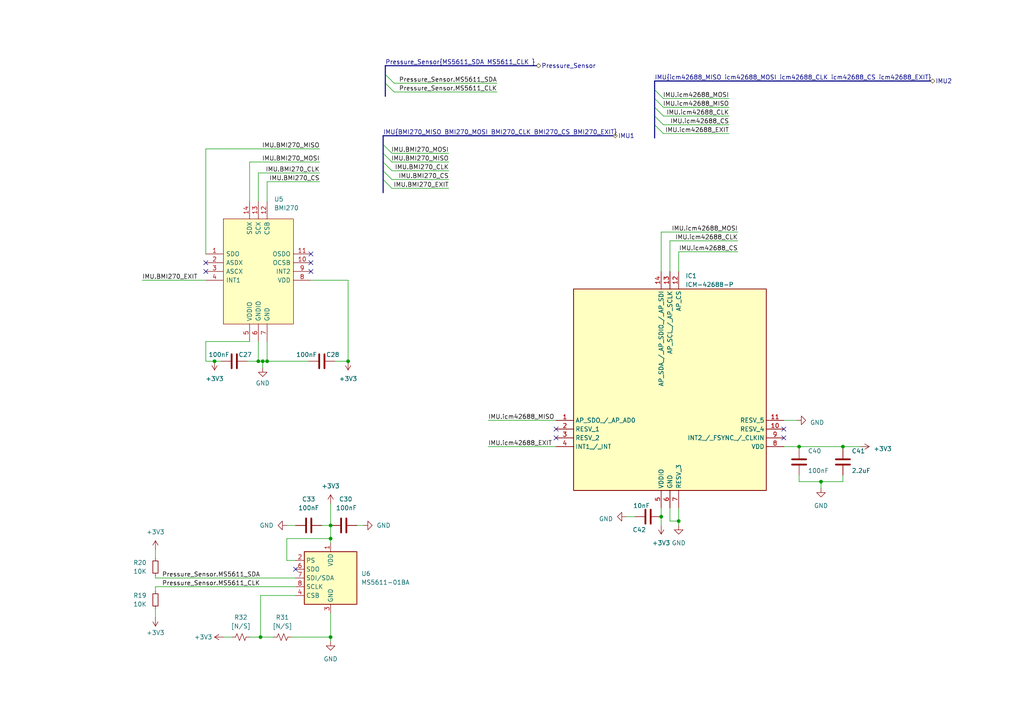
<source format=kicad_sch>
(kicad_sch (version 20230121) (generator eeschema)
  (paper "A4")
  (title_block (title "NewSkyF7-Air") (date "2023-12-01") (rev "1.0V"))
  (lib_symbols
    (symbol "Device:C" (pin_numbers hide) (pin_names (offset 0.254))
      (property "Reference" "C" (at 0.635 2.54 0))
      (property "Value" "C" (at 0.635 -2.54 0))
      (symbol "C_0_1"
        (polyline (pts (xy -2.032 -0.762) (xy 2.032 -0.762)) (stroke (width 0.508)))
        (polyline (pts (xy -2.032 0.762) (xy 2.032 0.762)) (stroke (width 0.508)))
      )
      (symbol "C_1_1"
        (pin passive line (at 0 3.81 270) (length 2.794) (name "~") (number "1"))
        (pin passive line (at 0 -3.81 90) (length 2.794) (name "~") (number "2"))
      )
    )
    (symbol "Device:R_Small" (pin_numbers hide) (pin_names (offset 0.254) hide)
      (property "Reference" "R" (at 0.762 0.508 0))
      (property "Value" "R_Small" (at 0.762 -1.016 0))
      (symbol "R_Small_0_1"
        (rectangle (start -0.762 1.778) (end 0.762 -1.778) (stroke (width 0.2032)))
      )
      (symbol "R_Small_1_1"
        (pin passive line (at 0 2.54 270) (length 0.762) (name "~") (number "1"))
        (pin passive line (at 0 -2.54 90) (length 0.762) (name "~") (number "2"))
      )
    )
    (symbol "Device:R_Small_US" (pin_numbers hide) (pin_names (offset 0.254) hide)
      (property "Reference" "R" (at 0.762 0.508 0))
      (property "Value" "R_Small_US" (at 0.762 -1.016 0))
      (symbol "R_Small_US_1_1"
        (polyline (pts (xy 0 0) (xy 1.016 -0.381) (xy 0 -0.762) (xy -1.016 -1.143) (xy 0 -1.524)))
        (polyline (pts (xy 0 1.524) (xy 1.016 1.143) (xy 0 0.762) (xy -1.016 0.381) (xy 0 0)))
        (pin passive line (at 0 2.54 270) (length 1.016) (name "~") (number "1"))
        (pin passive line (at 0 -2.54 90) (length 1.016) (name "~") (number "2"))
      )
    )
    (symbol "PCM_4ms_Power-symbol:GND" (power) (pin_names (offset 0))
      (property "Value" "GND" (at 0 -3.81 0))
      (symbol "GND_0_1"
        (polyline (pts (xy 0 0) (xy 0 -1.27) (xy 1.27 -1.27) (xy 0 -2.54) (xy -1.27 -1.27) (xy 0 -1.27)))
      )
      (symbol "GND_1_1"
        (pin power_in line (at 0 0 270) (length 0) hide (name "GND") (number "1"))
      )
    )
    (symbol "Sensor_Motion:BMI270" (pin_names (offset 0.762))
      (property "Reference" "U" (at 26.67 15.24 0))
      (property "Value" "BMI270" (at 26.67 12.7 0))
      (symbol "BMI270_0_0"
        (pin passive line (at 0 0 0) (length 5.08) (name "SDO") (number "1"))
        (pin passive line (at 30.48 -2.54 180) (length 5.08) (name "OCSB") (number "10"))
        (pin passive line (at 30.48 0 180) (length 5.08) (name "OSDO") (number "11"))
        (pin passive line (at 17.78 15.24 270) (length 5.08) (name "CSB") (number "12"))
        (pin passive line (at 15.24 15.24 270) (length 5.08) (name "SCX") (number "13"))
        (pin passive line (at 12.7 15.24 270) (length 5.08) (name "SDX") (number "14"))
        (pin passive line (at 0 -2.54 0) (length 5.08) (name "ASDX") (number "2"))
        (pin passive line (at 0 -5.08 0) (length 5.08) (name "ASCX") (number "3"))
        (pin passive line (at 0 -7.62 0) (length 5.08) (name "INT1") (number "4"))
        (pin passive line (at 12.7 -25.4 90) (length 5.08) (name "VDDIO") (number "5"))
        (pin passive line (at 15.24 -25.4 90) (length 5.08) (name "GNDIO") (number "6"))
        (pin passive line (at 17.78 -25.4 90) (length 5.08) (name "GND") (number "7"))
        (pin passive line (at 30.48 -7.62 180) (length 5.08) (name "VDD") (number "8"))
        (pin passive line (at 30.48 -5.08 180) (length 5.08) (name "INT2") (number "9"))
      )
      (symbol "BMI270_0_1"
        (polyline (pts (xy 5.08 10.16) (xy 25.4 10.16) (xy 25.4 -20.32) (xy 5.08 -20.32) (xy 5.08 10.16)) (stroke (width 0.1524)) (fill (type background)))
      )
    )
    (symbol "Sensor_Pressure:MS5611-01BA"
      (property "Reference" "U" (at -6.35 8.89 0))
      (property "Value" "MS5611-01BA" (at 7.62 8.89 0))
      (symbol "MS5611-01BA_0_1"
        (rectangle (start -7.62 7.62) (end 7.62 -7.62) (stroke (width 0.254)) (fill (type background)))
      )
      (symbol "MS5611-01BA_1_1"
        (pin power_in line (at 0 10.16 270) (length 2.54) (name "VDD") (number "1"))
        (pin input line (at -10.16 5.08 0) (length 2.54) (name "PS") (number "2"))
        (pin power_in line (at 0 -10.16 90) (length 2.54) (name "GND") (number "3"))
        (pin input line (at -10.16 -5.08 0) (length 2.54) (name "CSB") (number "4"))
        (pin input line (at -10.16 -5.08 0) (length 2.54) hide (name "CSB") (number "5"))
        (pin output line (at -10.16 2.54 0) (length 2.54) (name "SDO") (number "6"))
        (pin bidirectional line (at -10.16 0 0) (length 2.54) (name "SDI/SDA") (number "7"))
        (pin input line (at -10.16 -2.54 0) (length 2.54) (name "SCLK") (number "8"))
      )
    )
    (symbol "Thorn_Library:ICM-42688-P"
      (property "Reference" "IC" (at 62.23 43.18 0))
      (property "Value" "ICM-42688-P" (at 62.23 40.64 0))
      (symbol "ICM-42688-P_1_1"
        (rectangle (start 5.08 38.1) (end 60.96 -20.32) (stroke (width 0.254)) (fill (type background)))
        (pin passive line (at 0 0 0) (length 5.08) (name "AP_SDO_/_AP_AD0") (number "1"))
        (pin passive line (at 66.04 -2.54 180) (length 5.08) (name "RESV_4") (number "10"))
        (pin passive line (at 66.04 0 180) (length 5.08) (name "RESV_5") (number "11"))
        (pin passive line (at 35.56 43.18 270) (length 5.08) (name "AP_CS") (number "12"))
        (pin passive line (at 33.02 43.18 270) (length 5.08) (name "AP_SCL_/_AP_SCLK") (number "13"))
        (pin passive line (at 30.48 43.18 270) (length 5.08) (name "AP_SDA_/_AP_SDIO_/_AP_SDI") (number "14"))
        (pin passive line (at 0 -2.54 0) (length 5.08) (name "RESV_1") (number "2"))
        (pin passive line (at 0 -5.08 0) (length 5.08) (name "RESV_2") (number "3"))
        (pin passive line (at 0 -7.62 0) (length 5.08) (name "INT1_/_INT") (number "4"))
        (pin passive line (at 30.48 -25.4 90) (length 5.08) (name "VDDIO") (number "5"))
        (pin passive line (at 33.02 -25.4 90) (length 5.08) (name "GND") (number "6"))
        (pin passive line (at 35.56 -25.4 90) (length 5.08) (name "RESV_3") (number "7"))
        (pin passive line (at 66.04 -7.62 180) (length 5.08) (name "VDD") (number "8"))
        (pin passive line (at 66.04 -5.08 180) (length 5.08) (name "INT2_/_FSYNC_/_CLKIN") (number "9"))
      )
    )
    (symbol "power:+3V3" (power) (pin_names (offset 0))
      (property "Value" "+3V3" (at 0 3.556 0))
      (symbol "+3V3_0_1"
        (polyline (pts (xy -0.762 1.27) (xy 0 2.54)))
        (polyline (pts (xy 0 0) (xy 0 2.54)))
        (polyline (pts (xy 0 2.54) (xy 0.762 1.27)))
      )
      (symbol "+3V3_1_1"
        (pin power_in line (at 0 0 90) (length 0) hide (name "+3V3") (number "1"))
      )
    )
    (symbol "power:GND" (power) (pin_names (offset 0))
      (property "Value" "GND" (at 0 -3.81 0))
      (symbol "GND_0_1"
        (polyline (pts (xy 0 0) (xy 0 -1.27) (xy 1.27 -1.27) (xy 0 -2.54) (xy -1.27 -1.27) (xy 0 -1.27)))
      )
      (symbol "GND_1_1"
        (pin power_in line (at 0 0 270) (length 0) hide (name "GND") (number "1"))
      )
    )
  )
  (junction (at 196.85 151.13))
  (junction (at 100.965 104.775))
  (junction (at 244.475 129.54))
  (junction (at 62.23 104.775))
  (junction (at 238.125 139.7))
  (junction (at 77.47 104.775))
  (junction (at 95.885 152.4))
  (junction (at 191.77 149.86))
  (junction (at 74.93 104.775))
  (junction (at 95.885 184.785))
  (junction (at 231.775 129.54))
  (junction (at 76.2 104.775))
  (junction (at 75.565 184.785))
  (junction (at 95.885 156.21))
  (no_connect (at 90.17 78.74))
  (no_connect (at 59.69 76.2))
  (no_connect (at 90.17 73.66))
  (no_connect (at 161.29 127))
  (no_connect (at 90.17 76.2))
  (no_connect (at 227.33 127))
  (no_connect (at 227.33 124.46))
  (no_connect (at 85.725 165.1))
  (no_connect (at 161.29 124.46))
  (no_connect (at 59.69 78.74))
  (bus_entry (at 111.125 46.99) (size 2.54 2.54))
  (bus_entry (at 189.865 28.575) (size 2.54 2.54))
  (bus_entry (at 111.125 41.91) (size 2.54 2.54))
  (bus_entry (at 111.125 52.07) (size 2.54 2.54))
  (bus_entry (at 111.125 44.45) (size 2.54 2.54))
  (bus_entry (at 189.865 36.195) (size 2.54 2.54))
  (bus_entry (at 189.865 33.655) (size 2.54 2.54))
  (bus_entry (at 111.125 49.53) (size 2.54 2.54))
  (bus_entry (at 111.76 21.59) (size 2.54 2.54))
  (bus_entry (at 111.76 24.13) (size 2.54 2.54))
  (bus_entry (at 189.865 26.035) (size 2.54 2.54))
  (bus_entry (at 189.865 31.115) (size 2.54 2.54))
  (bus (pts (xy 111.125 52.07) (xy 111.125 55.88)))
  (bus (pts (xy 111.125 41.91) (xy 111.125 44.45)))
  (bus (pts (xy 189.865 28.575) (xy 189.865 31.115)))
  (wire (pts (xy 194.31 69.85) (xy 213.995 69.85)))
  (bus (pts (xy 111.76 19.05) (xy 111.76 21.59)))
  (wire (pts (xy 45.085 159.385) (xy 45.085 161.925)))
  (wire (pts (xy 59.69 104.775) (xy 62.23 104.775)))
  (wire (pts (xy 194.31 151.13) (xy 196.85 151.13)))
  (wire (pts (xy 83.185 162.56) (xy 85.725 162.56)))
  (wire (pts (xy 77.47 104.775) (xy 89.535 104.775)))
  (wire (pts (xy 95.885 156.21) (xy 95.885 157.48)))
  (wire (pts (xy 238.125 141.605) (xy 238.125 139.7)))
  (bus (pts (xy 111.125 44.45) (xy 111.125 46.99)))
  (wire (pts (xy 74.93 58.42) (xy 74.93 50.165)))
  (wire (pts (xy 192.405 36.195) (xy 211.455 36.195)))
  (wire (pts (xy 244.475 129.54) (xy 244.475 130.175)))
  (wire (pts (xy 77.47 52.705) (xy 92.71 52.705)))
  (wire (pts (xy 105.41 152.4) (xy 103.505 152.4)))
  (wire (pts (xy 62.23 104.775) (xy 64.135 104.775)))
  (bus (pts (xy 189.865 31.115) (xy 189.865 33.655)))
  (wire (pts (xy 72.39 99.06) (xy 59.69 99.06)))
  (wire (pts (xy 85.725 152.4) (xy 83.185 152.4)))
  (wire (pts (xy 76.2 104.775) (xy 77.47 104.775)))
  (wire (pts (xy 41.275 81.28) (xy 59.69 81.28)))
  (wire (pts (xy 75.565 172.72) (xy 75.565 184.785)))
  (wire (pts (xy 75.565 184.785) (xy 79.375 184.785)))
  (wire (pts (xy 45.085 170.18) (xy 85.725 170.18)))
  (wire (pts (xy 45.085 170.18) (xy 45.085 171.45)))
  (wire (pts (xy 244.475 137.795) (xy 244.475 139.7)))
  (wire (pts (xy 192.405 28.575) (xy 211.455 28.575)))
  (bus (pts (xy 189.865 26.035) (xy 189.865 28.575)))
  (wire (pts (xy 194.31 78.74) (xy 194.31 69.85)))
  (wire (pts (xy 231.775 137.795) (xy 231.775 139.7)))
  (wire (pts (xy 196.85 151.13) (xy 196.85 152.4)))
  (wire (pts (xy 77.47 58.42) (xy 77.47 52.705)))
  (wire (pts (xy 64.77 184.785) (xy 67.31 184.785)))
  (wire (pts (xy 238.125 139.7) (xy 244.475 139.7)))
  (wire (pts (xy 181.61 149.86) (xy 184.15 149.86)))
  (wire (pts (xy 113.665 54.61) (xy 130.175 54.61)))
  (wire (pts (xy 113.665 44.45) (xy 130.175 44.45)))
  (wire (pts (xy 227.33 129.54) (xy 231.775 129.54)))
  (wire (pts (xy 77.47 99.06) (xy 77.47 104.775)))
  (wire (pts (xy 74.93 104.775) (xy 76.2 104.775)))
  (bus (pts (xy 111.125 46.99) (xy 111.125 49.53)))
  (wire (pts (xy 45.085 179.07) (xy 45.085 176.53)))
  (bus (pts (xy 189.865 23.495) (xy 269.875 23.495)))
  (wire (pts (xy 97.155 104.775) (xy 100.965 104.775)))
  (wire (pts (xy 196.85 147.32) (xy 196.85 151.13)))
  (wire (pts (xy 95.885 186.055) (xy 95.885 184.785)))
  (bus (pts (xy 111.125 39.37) (xy 177.8 39.37)))
  (wire (pts (xy 231.775 139.7) (xy 238.125 139.7)))
  (bus (pts (xy 111.125 49.53) (xy 111.125 52.07)))
  (wire (pts (xy 72.39 46.99) (xy 92.71 46.99)))
  (wire (pts (xy 192.405 31.115) (xy 211.455 31.115)))
  (wire (pts (xy 59.69 99.06) (xy 59.69 104.775)))
  (wire (pts (xy 74.93 50.165) (xy 92.71 50.165)))
  (wire (pts (xy 231.14 121.92) (xy 227.33 121.92)))
  (wire (pts (xy 72.39 58.42) (xy 72.39 46.99)))
  (wire (pts (xy 90.17 81.28) (xy 100.965 81.28)))
  (wire (pts (xy 95.885 146.05) (xy 95.885 152.4)))
  (wire (pts (xy 196.85 78.74) (xy 196.85 73.025)))
  (wire (pts (xy 141.605 129.54) (xy 161.29 129.54)))
  (wire (pts (xy 59.69 43.18) (xy 92.71 43.18)))
  (wire (pts (xy 100.965 81.28) (xy 100.965 104.775)))
  (wire (pts (xy 231.775 129.54) (xy 244.475 129.54)))
  (wire (pts (xy 83.185 162.56) (xy 83.185 156.21)))
  (wire (pts (xy 74.93 104.775) (xy 71.755 104.775)))
  (wire (pts (xy 84.455 184.785) (xy 95.885 184.785)))
  (wire (pts (xy 192.405 38.735) (xy 211.455 38.735)))
  (wire (pts (xy 76.2 104.775) (xy 76.2 106.68)))
  (wire (pts (xy 83.185 156.21) (xy 95.885 156.21)))
  (wire (pts (xy 191.77 149.86) (xy 191.77 147.32)))
  (wire (pts (xy 113.665 46.99) (xy 130.175 46.99)))
  (wire (pts (xy 45.085 167.64) (xy 85.725 167.64)))
  (bus (pts (xy 189.865 36.195) (xy 189.865 40.005)))
  (wire (pts (xy 191.77 67.31) (xy 213.995 67.31)))
  (wire (pts (xy 114.3 26.67) (xy 144.145 26.67)))
  (wire (pts (xy 95.885 184.785) (xy 95.885 177.8)))
  (wire (pts (xy 113.665 52.07) (xy 130.175 52.07)))
  (wire (pts (xy 194.31 147.32) (xy 194.31 151.13)))
  (wire (pts (xy 249.555 129.54) (xy 244.475 129.54)))
  (wire (pts (xy 114.3 24.13) (xy 144.145 24.13)))
  (wire (pts (xy 191.77 78.74) (xy 191.77 67.31)))
  (wire (pts (xy 113.665 49.53) (xy 130.175 49.53)))
  (wire (pts (xy 74.93 99.06) (xy 74.93 104.775)))
  (wire (pts (xy 141.605 121.92) (xy 161.29 121.92)))
  (wire (pts (xy 191.77 152.4) (xy 191.77 149.86)))
  (bus (pts (xy 111.76 24.13) (xy 111.76 27.94)))
  (wire (pts (xy 93.345 152.4) (xy 95.885 152.4)))
  (bus (pts (xy 111.76 21.59) (xy 111.76 24.13)))
  (wire (pts (xy 192.405 33.655) (xy 211.455 33.655)))
  (wire (pts (xy 59.69 73.66) (xy 59.69 43.18)))
  (wire (pts (xy 196.85 73.025) (xy 213.995 73.025)))
  (bus (pts (xy 189.865 33.655) (xy 189.865 36.195)))
  (wire (pts (xy 231.775 129.54) (xy 231.775 130.175)))
  (wire (pts (xy 85.725 172.72) (xy 75.565 172.72)))
  (bus (pts (xy 111.125 39.37) (xy 111.125 41.91)))
  (wire (pts (xy 75.565 184.785) (xy 72.39 184.785)))
  (wire (pts (xy 95.885 152.4) (xy 95.885 156.21)))
  (bus (pts (xy 189.865 23.495) (xy 189.865 26.035)))
  (bus (pts (xy 111.76 19.05) (xy 155.575 19.05)))
  (wire (pts (xy 45.085 167.64) (xy 45.085 167.005)))
  (label "IMU.icm42688_MOSI" (at 211.455 28.575 180))
  (label "IMU.icm42688_MISO" (at 141.605 121.92 0))
  (label "IMU.icm42688_CS" (at 213.995 73.025 180))
  (label "IMU{BMI270_MISO BMI270_MOSI BMI270_CLK BMI270_CS BMI270_EXIT}" (at 111.125 39.37 0))
  (label "IMU.BMI270_MISO" (at 130.175 46.99 180))
  (label "IMU.BMI270_CLK" (at 130.175 49.53 180))
  (label "Pressure_Sensor.MS5611_SDA" (at 46.99 167.64 0))
  (label "IMU.BMI270_EXIT" (at 41.275 81.28 0))
  (label "IMU.BMI270_MOSI" (at 92.71 46.99 180))
  (label "IMU.icm42688_CLK" (at 211.455 33.655 180))
  (label "IMU.icm42688_CS" (at 211.455 36.195 180))
  (label "IMU.icm42688_EXIT" (at 141.605 129.54 0))
  (label "IMU{icm42688_MISO icm42688_MOSI icm42688_CLK icm42688_CS icm42688_EXIT}" (at 189.865 23.495 0))
  (label "IMU.BMI270_CS" (at 130.175 52.07 180))
  (label "Pressure_Sensor.MS5611_CLK" (at 144.145 26.67 180))
  (label "IMU.icm42688_MOSI" (at 213.995 67.31 180))
  (label "IMU.icm42688_EXIT" (at 211.455 38.735 180))
  (label "IMU.BMI270_CLK" (at 92.71 50.165 180))
  (label "IMU.BMI270_EXIT" (at 130.175 54.61 180))
  (label "IMU.BMI270_CS" (at 92.71 52.705 180))
  (label "IMU.BMI270_MISO" (at 92.71 43.18 180))
  (label "IMU.icm42688_MISO" (at 211.455 31.115 180))
  (label "IMU.BMI270_MOSI" (at 130.175 44.45 180))
  (label "IMU.icm42688_CLK" (at 213.995 69.85 180))
  (label "Pressure_Sensor.MS5611_SDA" (at 144.145 24.13 180))
  (label "Pressure_Sensor.MS5611_CLK" (at 46.99 170.18 0))
  (label "Pressure_Sensor{MS5611_SDA MS5611_CLK }" (at 111.76 19.05 0))
  (hierarchical_label "IMU1" (shape bidirectional) (at 177.8 39.37 0))
  (hierarchical_label "Pressure_Sensor" (shape bidirectional) (at 155.575 19.05 0))
  (hierarchical_label "IMU2" (shape bidirectional) (at 269.875 23.495 0))
  (symbol (lib_id "Device:R_Small_US") (at 69.85 184.785 90) (unit 1)
    (property "Reference" "R32" (at 69.85 179.07 90))
    (property "Value" "[N/S]" (at 69.85 181.61 90))
    (property "Footprint" "Resistor_SMD:R_0402_1005Metric" (effects hide))
  )
  (symbol (lib_id "Device:R_Small_US") (at 81.915 184.785 90) (unit 1)
    (property "Reference" "R31" (at 81.915 179.07 90))
    (property "Value" "[N/S]" (at 81.915 181.61 90))
    (property "Footprint" "Resistor_SMD:R_0402_1005Metric" (effects hide))
  )
  (symbol (lib_id "Device:C") (at 99.695 152.4 90) (unit 1)
    (property "Reference" "C30" (at 102.235 144.78 90) (effects (justify left)))
    (property "Value" "100nF" (at 103.505 147.32 90) (effects (justify left)))
    (property "Footprint" "Capacitor_SMD:C_0402_1005Metric" (effects hide))
    (instances (project "STM32F745" (path "" (reference "C30") (unit 1))) (project "STM32F446" (path "" (reference "C37") (unit 1))) (project "NewSkyF7-Air" (path "" (reference "C40") (unit 1))))
  )
  (symbol (lib_id "PCM_4ms_Power-symbol:GND") (at 231.14 121.92 90) (unit 1)
    (property "Reference" "#PWR099" (effects hide))
    (property "Value" "GND" (at 234.95 122.555 90) (effects (justify right)))
    (instances (project "STM32F745" (path "" (reference "#PWR099") (unit 1))) (project "NewSkyF7-Air" (path "" (reference "#PWR094") (unit 1))))
  )
  (symbol (lib_id "Device:C") (at 244.475 133.985 0) (unit 1)
    (property "Reference" "C41" (at 247.015 130.81 0) (effects (justify left)))
    (property "Value" "2.2uF" (at 247.015 136.525 0) (effects (justify left)))
    (property "Footprint" "Capacitor_SMD:C_0402_1005Metric" (effects hide))
    (instances (project "STM32F745" (path "" (reference "C41") (unit 1))) (project "STM32F446" (path "" (reference "C37") (unit 1))) (project "NewSkyF7-Air" (path "" (reference "C45") (unit 1))))
  )
  (symbol (lib_id "power:+3V3") (at 45.085 179.07 0) (mirror x) (unit 1)
    (property "Reference" "#PWR077" (effects hide))
    (property "Value" "+3V3" (at 45.085 183.515 0))
    (instances (project "STM32F745" (path "" (reference "#PWR077") (unit 1))) (project "STM32F446" (path "" (reference "#PWR0163") (unit 1))) (project "NewSkyF7-Air" (path "" (reference "#PWR090") (unit 1))))
  )
  (symbol (lib_id "Sensor_Pressure:MS5611-01BA") (at 95.885 167.64 0) (unit 1)
    (property "Reference" "U6" (at 104.775 166.37 0) (effects (justify left)))
    (property "Value" "MS5611-01BA" (at 104.775 168.91 0) (effects (justify left)))
    (property "Footprint" "Package_LGA:LGA-8_3x5mm_P1.25mm" (effects hide))
    (property "Datasheet" "https://www.te.com/commerce/DocumentDelivery/DDEController?Action=srchrtrv&DocNm=MS5611-01BA03&DocType=Data+Sheet&DocLang=English" (effects hide))
    (instances (project "Control-F4" (path "" (reference "U6") (unit 1))) (project "NewSkyF7-Air" (path "" (reference "U8") (unit 1))) (project "Control-F4" (path "" (reference "U5") (unit 1))))
  )
  (symbol (lib_id "Sensor_Motion:BMI270") (at 59.69 73.66 0) (unit 1)
    (property "Reference" "U5" (at 79.4894 57.785 0) (effects (justify left)))
    (property "Value" "BMI270" (at 79.4894 60.325 0) (effects (justify left)))
    (property "Footprint" "NewSkyF7-Air:XDCR_BMI270" (effects hide))
    (property "Datasheet" "https://www.mouser.de/datasheet/2/783/BST-BMI270-FL000-1530947.pdf" (effects hide))
    (property "Description" "IMUs - Inertial Measurement Units Smart Ultra-Low Power Inertial Measurement Unit (IMU) for Wearable Applications" (effects hide))
    (property "Height" "0.87" (effects hide))
    (property "Manufacturer_Name" "BOSCH" (effects hide))
    (property "Manufacturer_Part_Number" "BMI270" (effects hide))
    (property "Mouser Part Number" "262-BMI270" (effects hide))
    (property "Mouser Price/Stock" "https://www.mouser.co.uk/ProductDetail/Bosch-Sensortec/BMI270?qs=u16ybLDytRYIj%252BjQEee88A%3D%3D" (effects hide))
    (property "Arrow Part Number" "BMI270" (effects hide))
    (property "Arrow Price/Stock" "https://www.arrow.com/en/products/bmi270/bosch" (effects hide))
    (instances (project "STM32F745" (path "" (reference "U5") (unit 1))) (project "STM32F446" (path "" (reference "U7") (unit 1))) (project "NewSkyF7-Air" (path "" (reference "U6") (unit 1))))
  )
  (symbol (lib_id "power:+3V3") (at 62.23 104.775 180) (unit 1)
    (property "Reference" "#PWR050" (effects hide))
    (property "Value" "+3V3" (at 62.23 109.855 0))
    (instances (project "STM32F745" (path "" (reference "#PWR050") (unit 1))) (project "STM32F446" (path "" (reference "#PWR0158") (unit 1))) (project "NewSkyF7-Air" (path "" (reference "#PWR082") (unit 1))))
  )
  (symbol (lib_id "power:+3V3") (at 64.77 184.785 90) (unit 1)
    (property "Reference" "#PWR054" (effects hide))
    (property "Value" "+3V3" (at 61.595 184.785 90) (effects (justify left)))
    (instances (project "STM32F745" (path "" (reference "#PWR054") (unit 1))) (project "STM32F446" (path "" (reference "#PWR0163") (unit 1))) (project "NewSkyF7-Air" (path "" (reference "#PWR083") (unit 1))))
  )
  (symbol (lib_id "PCM_4ms_Power-symbol:GND") (at 238.125 141.605 0) (unit 1)
    (property "Reference" "#PWR0101" (effects hide))
    (property "Value" "GND" (at 238.125 146.685 0))
    (instances (project "STM32F745" (path "" (reference "#PWR0101") (unit 1))) (project "NewSkyF7-Air" (path "" (reference "#PWR095") (unit 1))))
  )
  (symbol (lib_id "power:GND") (at 76.2 106.68 0) (unit 1)
    (property "Reference" "#PWR052" (effects hide))
    (property "Value" "GND" (at 76.2 111.125 0))
    (instances (project "STM32F745" (path "" (reference "#PWR052") (unit 1))) (project "STM32F446" (path "" (reference "#PWR0157") (unit 1))) (project "NewSkyF7-Air" (path "" (reference "#PWR085") (unit 1))))
  )
  (symbol (lib_id "Device:R_Small") (at 45.085 164.465 0) (mirror y) (unit 1)
    (property "Reference" "R20" (at 42.545 163.195 0) (effects (justify left)))
    (property "Value" "10K" (at 42.545 165.735 0) (effects (justify left)))
    (property "Footprint" "Resistor_SMD:R_0402_1005Metric" (effects hide))
    (instances (project "STM32F745" (path "" (reference "R20") (unit 1))) (project "NewSkyF7-Air" (path "" (reference "R29") (unit 1))))
  )
  (symbol (lib_id "PCM_4ms_Power-symbol:GND") (at 83.185 152.4 270) (unit 1)
    (property "Reference" "#PWR056" (effects hide))
    (property "Value" "GND" (at 79.375 152.4 90) (effects (justify right)))
    (instances (project "Control-F4" (path "" (reference "#PWR056") (unit 1))) (project "NewSkyF7-Air" (path "" (reference "#PWR079") (unit 1))) (project "Control-F4" (path "" (reference "#PWR048") (unit 1))))
  )
  (symbol (lib_id "power:+3V3") (at 191.77 152.4 180) (unit 1)
    (property "Reference" "#PWR0103" (effects hide))
    (property "Value" "+3V3" (at 191.77 157.48 0))
    (instances (project "STM32F745" (path "" (reference "#PWR0103") (unit 1))) (project "STM32F446" (path "" (reference "#PWR0163") (unit 1))) (project "NewSkyF7-Air" (path "" (reference "#PWR092") (unit 1))))
  )
  (symbol (lib_id "Device:R_Small") (at 45.085 173.99 0) (mirror y) (unit 1)
    (property "Reference" "R19" (at 42.545 172.72 0) (effects (justify left)))
    (property "Value" "10K" (at 42.545 175.26 0) (effects (justify left)))
    (property "Footprint" "Resistor_SMD:R_0402_1005Metric" (effects hide))
    (instances (project "STM32F745" (path "" (reference "R19") (unit 1))) (project "NewSkyF7-Air" (path "" (reference "R30") (unit 1))))
  )
  (symbol (lib_id "power:+3V3") (at 249.555 129.54 270) (unit 1)
    (property "Reference" "#PWR0100" (effects hide))
    (property "Value" "+3V3" (at 253.365 130.175 90) (effects (justify left)))
    (instances (project "STM32F745" (path "" (reference "#PWR0100") (unit 1))) (project "STM32F446" (path "" (reference "#PWR0163") (unit 1))) (project "NewSkyF7-Air" (path "" (reference "#PWR096") (unit 1))))
  )
  (symbol (lib_id "Device:C") (at 187.96 149.86 90) (unit 1)
    (property "Reference" "C42" (at 185.42 153.67 90))
    (property "Value" "10nF" (at 186.055 146.685 90))
    (property "Footprint" "Capacitor_SMD:C_0402_1005Metric" (effects hide))
    (instances (project "STM32F745" (path "" (reference "C42") (unit 1))) (project "STM32F446" (path "" (reference "C35") (unit 1))) (project "NewSkyF7-Air" (path "" (reference "C43") (unit 1))))
  )
  (symbol (lib_id "PCM_4ms_Power-symbol:GND") (at 95.885 186.055 0) (unit 1)
    (property "Reference" "#PWR060" (effects hide))
    (property "Value" "GND" (at 95.885 191.135 0))
    (instances (project "Control-F4" (path "" (reference "#PWR060") (unit 1))) (project "NewSkyF7-Air" (path "" (reference "#PWR098") (unit 1))) (project "Control-F4" (path "" (reference "#PWR049") (unit 1))))
  )
  (symbol (lib_id "power:+3V3") (at 95.885 146.05 0) (unit 1)
    (property "Reference" "#PWR059" (effects hide))
    (property "Value" "+3V3" (at 95.885 140.97 0))
    (instances (project "Control-F4" (path "" (reference "#PWR059") (unit 1))) (project "NewSkyF7-Air" (path "" (reference "#PWR097") (unit 1))) (project "Control-F4" (path "" (reference "#PWR050") (unit 1))))
  )
  (symbol (lib_id "power:+3V3") (at 45.085 159.385 0) (mirror y) (unit 1)
    (property "Reference" "#PWR076" (effects hide))
    (property "Value" "+3V3" (at 45.085 154.305 0))
    (instances (project "STM32F745" (path "" (reference "#PWR076") (unit 1))) (project "STM32F446" (path "" (reference "#PWR0163") (unit 1))) (project "NewSkyF7-Air" (path "" (reference "#PWR089") (unit 1))))
  )
  (symbol (lib_id "PCM_4ms_Power-symbol:GND") (at 105.41 152.4 90) (unit 1)
    (property "Reference" "#PWR056" (effects hide))
    (property "Value" "GND" (at 109.22 152.4 90) (effects (justify right)))
    (instances (project "Control-F4" (path "" (reference "#PWR056") (unit 1))) (project "NewSkyF7-Air" (path "" (reference "#PWR080") (unit 1))) (project "Control-F4" (path "" (reference "#PWR048") (unit 1))))
  )
  (symbol (lib_id "Device:C") (at 231.775 133.985 0) (unit 1)
    (property "Reference" "C40" (at 234.315 130.81 0) (effects (justify left)))
    (property "Value" "100nF" (at 234.315 136.525 0) (effects (justify left)))
    (property "Footprint" "Capacitor_SMD:C_0402_1005Metric" (effects hide))
    (instances (project "STM32F745" (path "" (reference "C40") (unit 1))) (project "STM32F446" (path "" (reference "C37") (unit 1))) (project "NewSkyF7-Air" (path "" (reference "C44") (unit 1))))
  )
  (symbol (lib_id "Device:C") (at 93.345 104.775 90) (unit 1)
    (property "Reference" "C28" (at 96.52 102.87 90))
    (property "Value" "100nF" (at 88.9 102.87 90))
    (property "Footprint" "Capacitor_SMD:C_0402_1005Metric" (effects hide))
    (instances (project "STM32F745" (path "" (reference "C28") (unit 1))) (project "STM32F446" (path "" (reference "C35") (unit 1))) (project "NewSkyF7-Air" (path "" (reference "C42") (unit 1))))
  )
  (symbol (lib_id "Device:C") (at 67.945 104.775 90) (unit 1)
    (property "Reference" "C27" (at 71.12 102.87 90))
    (property "Value" "100nF" (at 63.5 102.87 90))
    (property "Footprint" "Capacitor_SMD:C_0402_1005Metric" (effects hide))
    (instances (project "STM32F745" (path "" (reference "C27") (unit 1))) (project "STM32F446" (path "" (reference "C34") (unit 1))) (project "NewSkyF7-Air" (path "" (reference "C41") (unit 1))))
  )
  (symbol (lib_id "power:+3V3") (at 100.965 104.775 180) (unit 1)
    (property "Reference" "#PWR051" (effects hide))
    (property "Value" "+3V3" (at 100.965 109.855 0))
    (instances (project "STM32F745" (path "" (reference "#PWR051") (unit 1))) (project "STM32F446" (path "" (reference "#PWR0159") (unit 1))) (project "NewSkyF7-Air" (path "" (reference "#PWR088") (unit 1))))
  )
  (symbol (lib_id "PCM_4ms_Power-symbol:GND") (at 196.85 152.4 0) (unit 1)
    (property "Reference" "#PWR0102" (effects hide))
    (property "Value" "GND" (at 196.85 157.48 0))
    (instances (project "STM32F745" (path "" (reference "#PWR0102") (unit 1))) (project "NewSkyF7-Air" (path "" (reference "#PWR093") (unit 1))))
  )
  (symbol (lib_id "Device:C") (at 89.535 152.4 90) (unit 1)
    (property "Reference" "C33" (at 89.535 144.78 90))
    (property "Value" "100nF" (at 89.535 147.32 90))
    (property "Footprint" "Capacitor_SMD:C_0402_1005Metric" (effects hide))
    (instances (project "Control-F4" (path "" (reference "C33") (unit 1))) (project "NewSkyF7-Air" (path "" (reference "C46") (unit 1))) (project "Control-F4" (path "" (reference "C29") (unit 1))))
  )
  (symbol (lib_id "PCM_4ms_Power-symbol:GND") (at 181.61 149.86 270) (unit 1)
    (property "Reference" "#PWR0104" (effects hide))
    (property "Value" "GND" (at 177.8 150.495 90) (effects (justify right)))
    (instances (project "STM32F745" (path "" (reference "#PWR0104") (unit 1))) (project "NewSkyF7-Air" (path "" (reference "#PWR091") (unit 1))))
  )
  (symbol (lib_id "Thorn_Library:ICM-42688-P") (at 161.29 121.92 0) (unit 1)
    (property "Reference" "IC1" (at 198.8059 80.01 0) (effects (justify left)))
    (property "Value" "ICM-42688-P" (at 198.8059 82.55 0) (effects (justify left)))
    (property "Footprint" "NewSkyF7-Air:IMC4288P" (effects hide))
    (property "Datasheet" "https://3cfeqx1hf82y3xcoull08ihx-wpengine.netdna-ssl.com/wp-content/uploads/2021/06/DS-000347-ICM-42688-P-v1.5.pdf" (effects hide))
    (property "Manufacturer_Name" "TDK" (effects hide))
    (property "Manufacturer_Part_Number" "ICM-42688-P" (effects hide))
    (property "Mouser Part Number" "410-ICM-42688-P" (effects hide))
    (property "Mouser Price/Stock" "https://www.mouser.co.uk/ProductDetail/TDK-InvenSense/ICM-42688-P?qs=OlC7AqGiEDk8QrNAV728zw%3D%3D" (effects hide))
    (property "Arrow Part Number" "ICM-42688-P" (effects hide))
    (property "Arrow Price/Stock" "https://www.arrow.com/en/products/icm-42688-p/invensense?region=nac" (effects hide))
    (instances (project "STM32F745" (path "" (reference "IC1") (unit 1))) (project "NewSkyF7-Air" (path "" (reference "IC3") (unit 1))))
  )
)
</source>
